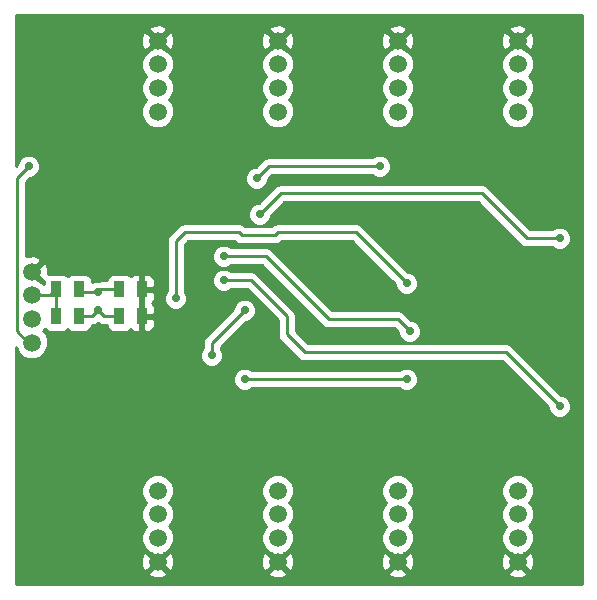
<source format=gbl>
G04 (created by PCBNEW (22-Jun-2014 BZR 4027)-stable) date sam 25 jui 2015 15:37:35 CEST*
%MOIN*%
G04 Gerber Fmt 3.4, Leading zero omitted, Abs format*
%FSLAX34Y34*%
G01*
G70*
G90*
G04 APERTURE LIST*
%ADD10C,0.00590551*%
%ADD11R,0.035X0.055*%
%ADD12C,0.0590551*%
%ADD13C,0.0275591*%
%ADD14C,0.035*%
%ADD15C,0.01*%
G04 APERTURE END LIST*
G54D10*
G54D11*
X44625Y-34300D03*
X45375Y-34300D03*
X46725Y-34300D03*
X47475Y-34300D03*
X44625Y-35200D03*
X45375Y-35200D03*
X46725Y-35200D03*
X47475Y-35200D03*
G54D12*
X56000Y-41806D03*
X56000Y-42593D03*
X56000Y-43381D03*
X56000Y-41018D03*
X60000Y-41806D03*
X60000Y-42593D03*
X60000Y-43381D03*
X60000Y-41018D03*
X60000Y-27593D03*
X60000Y-26806D03*
X60000Y-26018D03*
X60000Y-28381D03*
X56000Y-27593D03*
X56000Y-26806D03*
X56000Y-26018D03*
X56000Y-28381D03*
X48000Y-41806D03*
X48000Y-42593D03*
X48000Y-43381D03*
X48000Y-41018D03*
X52000Y-41806D03*
X52000Y-42593D03*
X52000Y-43381D03*
X52000Y-41018D03*
X52000Y-27593D03*
X52000Y-26806D03*
X52000Y-26018D03*
X52000Y-28381D03*
X48000Y-27593D03*
X48000Y-26806D03*
X48000Y-26018D03*
X48000Y-28381D03*
X43800Y-35293D03*
X43800Y-34506D03*
X43800Y-33718D03*
X43800Y-36081D03*
G54D13*
X46000Y-34400D03*
X46000Y-35000D03*
X56400Y-35700D03*
X50200Y-33200D03*
X61400Y-38200D03*
X50200Y-34000D03*
X55400Y-30200D03*
X51300Y-30600D03*
X51400Y-31800D03*
X61400Y-32600D03*
X56300Y-37300D03*
X50900Y-37300D03*
X49800Y-36500D03*
X50900Y-35000D03*
X48600Y-34600D03*
X56300Y-34100D03*
X43700Y-30200D03*
X59200Y-39200D03*
X55800Y-38800D03*
X58900Y-33100D03*
X55775Y-31625D03*
X53000Y-35700D03*
X54400Y-34900D03*
X53600Y-39000D03*
X56400Y-38100D03*
X50900Y-38100D03*
X53400Y-33300D03*
X48500Y-32200D03*
X47900Y-37500D03*
X46100Y-36600D03*
X46200Y-28900D03*
X43900Y-27200D03*
X52000Y-31800D03*
X60200Y-31000D03*
X57025Y-31725D03*
G54D14*
X60700Y-40100D03*
G54D15*
X44625Y-35200D02*
X44625Y-34300D01*
X43800Y-34506D02*
X44418Y-34506D01*
X44418Y-34506D02*
X44625Y-34300D01*
X46000Y-34400D02*
X45475Y-34400D01*
X45475Y-34400D02*
X45375Y-34300D01*
X46100Y-34300D02*
X46725Y-34300D01*
X46000Y-34400D02*
X46100Y-34300D01*
X46000Y-35000D02*
X46200Y-35200D01*
X46200Y-35200D02*
X46725Y-35200D01*
X45800Y-35200D02*
X45375Y-35200D01*
X46000Y-35000D02*
X45800Y-35200D01*
X54000Y-35300D02*
X56000Y-35300D01*
X56000Y-35300D02*
X56400Y-35700D01*
X53700Y-35300D02*
X54000Y-35300D01*
X50200Y-33200D02*
X51600Y-33200D01*
X51600Y-33200D02*
X51900Y-33500D01*
X51900Y-33500D02*
X53700Y-35300D01*
X52300Y-35200D02*
X52300Y-35800D01*
X52900Y-36400D02*
X53500Y-36400D01*
X52300Y-35800D02*
X52900Y-36400D01*
X50400Y-34000D02*
X51100Y-34000D01*
X51100Y-34000D02*
X52300Y-35200D01*
X59600Y-36400D02*
X53500Y-36400D01*
X61400Y-38200D02*
X59600Y-36400D01*
X50400Y-34000D02*
X50200Y-34000D01*
X51300Y-30600D02*
X51700Y-30200D01*
X51700Y-30200D02*
X55400Y-30200D01*
X51800Y-31400D02*
X52100Y-31100D01*
X58800Y-31100D02*
X59200Y-31500D01*
X52100Y-31100D02*
X58800Y-31100D01*
X61400Y-32600D02*
X60300Y-32600D01*
X60300Y-32600D02*
X59900Y-32200D01*
X59800Y-32100D02*
X59900Y-32200D01*
X51400Y-31800D02*
X51700Y-31500D01*
X51800Y-31400D02*
X51700Y-31500D01*
X59200Y-31500D02*
X59800Y-32100D01*
X52200Y-37300D02*
X56300Y-37300D01*
X50900Y-37300D02*
X52200Y-37300D01*
X49800Y-36500D02*
X49800Y-36100D01*
X49800Y-36100D02*
X50200Y-35700D01*
X50200Y-35700D02*
X50900Y-35000D01*
X48600Y-32700D02*
X48900Y-32400D01*
X48600Y-34600D02*
X48600Y-32700D01*
X48900Y-32400D02*
X50700Y-32400D01*
X50700Y-32400D02*
X50800Y-32500D01*
X50700Y-32400D02*
X50800Y-32500D01*
X50800Y-32500D02*
X51900Y-32500D01*
X51900Y-32500D02*
X52000Y-32400D01*
X50700Y-32400D02*
X50800Y-32500D01*
X52000Y-32400D02*
X54600Y-32400D01*
X54600Y-32400D02*
X55100Y-32900D01*
X56300Y-34100D02*
X55100Y-32900D01*
X43800Y-36081D02*
X43681Y-36081D01*
X43300Y-30600D02*
X43700Y-30200D01*
X43300Y-35700D02*
X43300Y-30600D01*
X43681Y-36081D02*
X43300Y-35700D01*
X55775Y-31625D02*
X55800Y-31600D01*
X57025Y-31725D02*
X57000Y-31700D01*
G54D10*
G36*
X62130Y-44130D02*
X61787Y-44130D01*
X61787Y-38123D01*
X61787Y-32523D01*
X61728Y-32380D01*
X61619Y-32271D01*
X61477Y-32212D01*
X61323Y-32212D01*
X61180Y-32271D01*
X61151Y-32300D01*
X60550Y-32300D01*
X60550Y-26099D01*
X60539Y-25882D01*
X60477Y-25733D01*
X60382Y-25707D01*
X60311Y-25777D01*
X60311Y-25636D01*
X60285Y-25541D01*
X60080Y-25468D01*
X59863Y-25479D01*
X59714Y-25541D01*
X59688Y-25636D01*
X60000Y-25948D01*
X60311Y-25636D01*
X60311Y-25777D01*
X60070Y-26018D01*
X60382Y-26330D01*
X60477Y-26303D01*
X60550Y-26099D01*
X60550Y-32300D01*
X60545Y-32300D01*
X60545Y-28273D01*
X60462Y-28072D01*
X60377Y-27987D01*
X60461Y-27902D01*
X60545Y-27702D01*
X60545Y-27485D01*
X60462Y-27285D01*
X60377Y-27199D01*
X60461Y-27115D01*
X60545Y-26915D01*
X60545Y-26698D01*
X60462Y-26497D01*
X60309Y-26344D01*
X60215Y-26305D01*
X60000Y-26089D01*
X59929Y-26160D01*
X59929Y-26018D01*
X59617Y-25707D01*
X59522Y-25733D01*
X59449Y-25938D01*
X59460Y-26154D01*
X59522Y-26303D01*
X59617Y-26330D01*
X59929Y-26018D01*
X59929Y-26160D01*
X59784Y-26305D01*
X59691Y-26343D01*
X59538Y-26497D01*
X59454Y-26697D01*
X59454Y-26914D01*
X59537Y-27114D01*
X59622Y-27200D01*
X59538Y-27284D01*
X59454Y-27484D01*
X59454Y-27701D01*
X59537Y-27902D01*
X59622Y-27987D01*
X59538Y-28071D01*
X59454Y-28272D01*
X59454Y-28489D01*
X59537Y-28689D01*
X59690Y-28843D01*
X59891Y-28926D01*
X60107Y-28926D01*
X60308Y-28843D01*
X60461Y-28690D01*
X60545Y-28490D01*
X60545Y-28273D01*
X60545Y-32300D01*
X60424Y-32300D01*
X60112Y-31987D01*
X60112Y-31987D01*
X60112Y-31987D01*
X60012Y-31887D01*
X60012Y-31887D01*
X60012Y-31887D01*
X59412Y-31287D01*
X59412Y-31287D01*
X59412Y-31287D01*
X59012Y-30887D01*
X58914Y-30822D01*
X58800Y-30800D01*
X56550Y-30800D01*
X56550Y-26099D01*
X56539Y-25882D01*
X56477Y-25733D01*
X56382Y-25707D01*
X56311Y-25777D01*
X56311Y-25636D01*
X56285Y-25541D01*
X56080Y-25468D01*
X55863Y-25479D01*
X55714Y-25541D01*
X55688Y-25636D01*
X56000Y-25948D01*
X56311Y-25636D01*
X56311Y-25777D01*
X56070Y-26018D01*
X56382Y-26330D01*
X56477Y-26303D01*
X56550Y-26099D01*
X56550Y-30800D01*
X56545Y-30800D01*
X56545Y-28273D01*
X56462Y-28072D01*
X56377Y-27987D01*
X56461Y-27902D01*
X56545Y-27702D01*
X56545Y-27485D01*
X56462Y-27285D01*
X56377Y-27199D01*
X56461Y-27115D01*
X56545Y-26915D01*
X56545Y-26698D01*
X56462Y-26497D01*
X56309Y-26344D01*
X56215Y-26305D01*
X56000Y-26089D01*
X55929Y-26160D01*
X55929Y-26018D01*
X55617Y-25707D01*
X55522Y-25733D01*
X55449Y-25938D01*
X55460Y-26154D01*
X55522Y-26303D01*
X55617Y-26330D01*
X55929Y-26018D01*
X55929Y-26160D01*
X55784Y-26305D01*
X55691Y-26343D01*
X55538Y-26497D01*
X55454Y-26697D01*
X55454Y-26914D01*
X55537Y-27114D01*
X55622Y-27200D01*
X55538Y-27284D01*
X55454Y-27484D01*
X55454Y-27701D01*
X55537Y-27902D01*
X55622Y-27987D01*
X55538Y-28071D01*
X55454Y-28272D01*
X55454Y-28489D01*
X55537Y-28689D01*
X55690Y-28843D01*
X55891Y-28926D01*
X56107Y-28926D01*
X56308Y-28843D01*
X56461Y-28690D01*
X56545Y-28490D01*
X56545Y-28273D01*
X56545Y-30800D01*
X55787Y-30800D01*
X55787Y-30123D01*
X55728Y-29980D01*
X55619Y-29871D01*
X55477Y-29812D01*
X55323Y-29812D01*
X55180Y-29871D01*
X55151Y-29900D01*
X52550Y-29900D01*
X52550Y-26099D01*
X52539Y-25882D01*
X52477Y-25733D01*
X52382Y-25707D01*
X52311Y-25777D01*
X52311Y-25636D01*
X52285Y-25541D01*
X52080Y-25468D01*
X51863Y-25479D01*
X51714Y-25541D01*
X51688Y-25636D01*
X52000Y-25948D01*
X52311Y-25636D01*
X52311Y-25777D01*
X52070Y-26018D01*
X52382Y-26330D01*
X52477Y-26303D01*
X52550Y-26099D01*
X52550Y-29900D01*
X52545Y-29900D01*
X52545Y-28273D01*
X52462Y-28072D01*
X52377Y-27987D01*
X52461Y-27902D01*
X52545Y-27702D01*
X52545Y-27485D01*
X52462Y-27285D01*
X52377Y-27199D01*
X52461Y-27115D01*
X52545Y-26915D01*
X52545Y-26698D01*
X52462Y-26497D01*
X52309Y-26344D01*
X52215Y-26305D01*
X52000Y-26089D01*
X51929Y-26160D01*
X51929Y-26018D01*
X51617Y-25707D01*
X51522Y-25733D01*
X51449Y-25938D01*
X51460Y-26154D01*
X51522Y-26303D01*
X51617Y-26330D01*
X51929Y-26018D01*
X51929Y-26160D01*
X51784Y-26305D01*
X51691Y-26343D01*
X51538Y-26497D01*
X51454Y-26697D01*
X51454Y-26914D01*
X51537Y-27114D01*
X51622Y-27200D01*
X51538Y-27284D01*
X51454Y-27484D01*
X51454Y-27701D01*
X51537Y-27902D01*
X51622Y-27987D01*
X51538Y-28071D01*
X51454Y-28272D01*
X51454Y-28489D01*
X51537Y-28689D01*
X51690Y-28843D01*
X51891Y-28926D01*
X52107Y-28926D01*
X52308Y-28843D01*
X52461Y-28690D01*
X52545Y-28490D01*
X52545Y-28273D01*
X52545Y-29900D01*
X51700Y-29900D01*
X51585Y-29922D01*
X51487Y-29987D01*
X51263Y-30212D01*
X51223Y-30212D01*
X51080Y-30271D01*
X50971Y-30380D01*
X50912Y-30522D01*
X50912Y-30676D01*
X50971Y-30819D01*
X51080Y-30928D01*
X51222Y-30987D01*
X51376Y-30987D01*
X51519Y-30928D01*
X51628Y-30819D01*
X51687Y-30677D01*
X51687Y-30636D01*
X51824Y-30500D01*
X55151Y-30500D01*
X55180Y-30528D01*
X55322Y-30587D01*
X55476Y-30587D01*
X55619Y-30528D01*
X55728Y-30419D01*
X55787Y-30277D01*
X55787Y-30123D01*
X55787Y-30800D01*
X52100Y-30800D01*
X51985Y-30822D01*
X51887Y-30887D01*
X51587Y-31187D01*
X51587Y-31187D01*
X51487Y-31287D01*
X51487Y-31287D01*
X51363Y-31412D01*
X51323Y-31412D01*
X51180Y-31471D01*
X51071Y-31580D01*
X51012Y-31722D01*
X51012Y-31876D01*
X51071Y-32019D01*
X51180Y-32128D01*
X51322Y-32187D01*
X51476Y-32187D01*
X51619Y-32128D01*
X51728Y-32019D01*
X51787Y-31877D01*
X51787Y-31836D01*
X51912Y-31712D01*
X51912Y-31712D01*
X51912Y-31712D01*
X52012Y-31612D01*
X52012Y-31612D01*
X52012Y-31612D01*
X52224Y-31400D01*
X58675Y-31400D01*
X58987Y-31712D01*
X58987Y-31712D01*
X58987Y-31712D01*
X59587Y-32312D01*
X59587Y-32312D01*
X59587Y-32312D01*
X59687Y-32412D01*
X59687Y-32412D01*
X59687Y-32412D01*
X60087Y-32812D01*
X60087Y-32812D01*
X60185Y-32877D01*
X60299Y-32899D01*
X60300Y-32900D01*
X61151Y-32900D01*
X61180Y-32928D01*
X61322Y-32987D01*
X61476Y-32987D01*
X61619Y-32928D01*
X61728Y-32819D01*
X61787Y-32677D01*
X61787Y-32523D01*
X61787Y-38123D01*
X61728Y-37980D01*
X61619Y-37871D01*
X61477Y-37812D01*
X61436Y-37812D01*
X59812Y-36187D01*
X59714Y-36122D01*
X59600Y-36100D01*
X56787Y-36100D01*
X56787Y-35623D01*
X56728Y-35480D01*
X56687Y-35439D01*
X56687Y-34023D01*
X56628Y-33880D01*
X56519Y-33771D01*
X56377Y-33712D01*
X56336Y-33712D01*
X55312Y-32687D01*
X55312Y-32687D01*
X55312Y-32687D01*
X54812Y-32187D01*
X54714Y-32122D01*
X54600Y-32100D01*
X52000Y-32100D01*
X51885Y-32122D01*
X51787Y-32187D01*
X51775Y-32200D01*
X50924Y-32200D01*
X50912Y-32187D01*
X50814Y-32122D01*
X50700Y-32100D01*
X48900Y-32100D01*
X48785Y-32122D01*
X48687Y-32187D01*
X48550Y-32325D01*
X48550Y-26099D01*
X48539Y-25882D01*
X48477Y-25733D01*
X48382Y-25707D01*
X48311Y-25777D01*
X48311Y-25636D01*
X48285Y-25541D01*
X48080Y-25468D01*
X47863Y-25479D01*
X47714Y-25541D01*
X47688Y-25636D01*
X48000Y-25948D01*
X48311Y-25636D01*
X48311Y-25777D01*
X48070Y-26018D01*
X48382Y-26330D01*
X48477Y-26303D01*
X48550Y-26099D01*
X48550Y-32325D01*
X48545Y-32330D01*
X48545Y-28273D01*
X48462Y-28072D01*
X48377Y-27987D01*
X48461Y-27902D01*
X48545Y-27702D01*
X48545Y-27485D01*
X48462Y-27285D01*
X48377Y-27199D01*
X48461Y-27115D01*
X48545Y-26915D01*
X48545Y-26698D01*
X48462Y-26497D01*
X48309Y-26344D01*
X48215Y-26305D01*
X48000Y-26089D01*
X47929Y-26160D01*
X47929Y-26018D01*
X47617Y-25707D01*
X47522Y-25733D01*
X47449Y-25938D01*
X47460Y-26154D01*
X47522Y-26303D01*
X47617Y-26330D01*
X47929Y-26018D01*
X47929Y-26160D01*
X47784Y-26305D01*
X47691Y-26343D01*
X47538Y-26497D01*
X47454Y-26697D01*
X47454Y-26914D01*
X47537Y-27114D01*
X47622Y-27200D01*
X47538Y-27284D01*
X47454Y-27484D01*
X47454Y-27701D01*
X47537Y-27902D01*
X47622Y-27987D01*
X47538Y-28071D01*
X47454Y-28272D01*
X47454Y-28489D01*
X47537Y-28689D01*
X47690Y-28843D01*
X47891Y-28926D01*
X48107Y-28926D01*
X48308Y-28843D01*
X48461Y-28690D01*
X48545Y-28490D01*
X48545Y-28273D01*
X48545Y-32330D01*
X48387Y-32487D01*
X48322Y-32585D01*
X48300Y-32700D01*
X48300Y-34351D01*
X48271Y-34380D01*
X48212Y-34522D01*
X48212Y-34676D01*
X48271Y-34819D01*
X48380Y-34928D01*
X48522Y-34987D01*
X48676Y-34987D01*
X48819Y-34928D01*
X48928Y-34819D01*
X48987Y-34677D01*
X48987Y-34523D01*
X48928Y-34380D01*
X48900Y-34351D01*
X48900Y-32824D01*
X49024Y-32700D01*
X50575Y-32700D01*
X50587Y-32712D01*
X50587Y-32712D01*
X50685Y-32777D01*
X50800Y-32800D01*
X51900Y-32800D01*
X51900Y-32799D01*
X52014Y-32777D01*
X52014Y-32777D01*
X52112Y-32712D01*
X52124Y-32700D01*
X54475Y-32700D01*
X54887Y-33112D01*
X54887Y-33112D01*
X54887Y-33112D01*
X55912Y-34136D01*
X55912Y-34176D01*
X55971Y-34319D01*
X56080Y-34428D01*
X56222Y-34487D01*
X56376Y-34487D01*
X56519Y-34428D01*
X56628Y-34319D01*
X56687Y-34177D01*
X56687Y-34023D01*
X56687Y-35439D01*
X56619Y-35371D01*
X56477Y-35312D01*
X56436Y-35312D01*
X56212Y-35087D01*
X56114Y-35022D01*
X56000Y-35000D01*
X54000Y-35000D01*
X53824Y-35000D01*
X52112Y-33287D01*
X52112Y-33287D01*
X52112Y-33287D01*
X51812Y-32987D01*
X51714Y-32922D01*
X51600Y-32900D01*
X50448Y-32900D01*
X50419Y-32871D01*
X50277Y-32812D01*
X50123Y-32812D01*
X49980Y-32871D01*
X49871Y-32980D01*
X49812Y-33122D01*
X49812Y-33276D01*
X49871Y-33419D01*
X49980Y-33528D01*
X50122Y-33587D01*
X50276Y-33587D01*
X50419Y-33528D01*
X50448Y-33500D01*
X51475Y-33500D01*
X51687Y-33712D01*
X51687Y-33712D01*
X51687Y-33712D01*
X53487Y-35512D01*
X53487Y-35512D01*
X53585Y-35577D01*
X53700Y-35600D01*
X54000Y-35600D01*
X55875Y-35600D01*
X56012Y-35736D01*
X56012Y-35776D01*
X56071Y-35919D01*
X56180Y-36028D01*
X56322Y-36087D01*
X56476Y-36087D01*
X56619Y-36028D01*
X56728Y-35919D01*
X56787Y-35777D01*
X56787Y-35623D01*
X56787Y-36100D01*
X53500Y-36100D01*
X53024Y-36100D01*
X52600Y-35675D01*
X52600Y-35200D01*
X52599Y-35199D01*
X52577Y-35085D01*
X52512Y-34987D01*
X52512Y-34987D01*
X51312Y-33787D01*
X51214Y-33722D01*
X51100Y-33700D01*
X50448Y-33700D01*
X50419Y-33671D01*
X50277Y-33612D01*
X50123Y-33612D01*
X49980Y-33671D01*
X49871Y-33780D01*
X49812Y-33922D01*
X49812Y-34076D01*
X49871Y-34219D01*
X49980Y-34328D01*
X50122Y-34387D01*
X50276Y-34387D01*
X50419Y-34328D01*
X50448Y-34300D01*
X50975Y-34300D01*
X52000Y-35324D01*
X52000Y-35800D01*
X52022Y-35914D01*
X52087Y-36012D01*
X52687Y-36612D01*
X52687Y-36612D01*
X52785Y-36677D01*
X52900Y-36700D01*
X53500Y-36700D01*
X59475Y-36700D01*
X61012Y-38236D01*
X61012Y-38276D01*
X61071Y-38419D01*
X61180Y-38528D01*
X61322Y-38587D01*
X61476Y-38587D01*
X61619Y-38528D01*
X61728Y-38419D01*
X61787Y-38277D01*
X61787Y-38123D01*
X61787Y-44130D01*
X60550Y-44130D01*
X60550Y-43461D01*
X60545Y-43369D01*
X60545Y-42485D01*
X60462Y-42285D01*
X60377Y-42199D01*
X60461Y-42115D01*
X60545Y-41915D01*
X60545Y-41698D01*
X60462Y-41497D01*
X60377Y-41412D01*
X60461Y-41328D01*
X60545Y-41127D01*
X60545Y-40910D01*
X60462Y-40710D01*
X60309Y-40556D01*
X60108Y-40473D01*
X59892Y-40473D01*
X59691Y-40556D01*
X59538Y-40709D01*
X59454Y-40909D01*
X59454Y-41126D01*
X59537Y-41327D01*
X59622Y-41412D01*
X59538Y-41497D01*
X59454Y-41697D01*
X59454Y-41914D01*
X59537Y-42114D01*
X59622Y-42200D01*
X59538Y-42284D01*
X59454Y-42484D01*
X59454Y-42701D01*
X59537Y-42902D01*
X59690Y-43055D01*
X59784Y-43094D01*
X60000Y-43310D01*
X60215Y-43094D01*
X60308Y-43056D01*
X60461Y-42902D01*
X60545Y-42702D01*
X60545Y-42485D01*
X60545Y-43369D01*
X60539Y-43245D01*
X60477Y-43096D01*
X60382Y-43069D01*
X60070Y-43381D01*
X60382Y-43692D01*
X60477Y-43666D01*
X60550Y-43461D01*
X60550Y-44130D01*
X60311Y-44130D01*
X60311Y-43763D01*
X60000Y-43451D01*
X59929Y-43522D01*
X59929Y-43381D01*
X59617Y-43069D01*
X59522Y-43096D01*
X59449Y-43300D01*
X59460Y-43517D01*
X59522Y-43666D01*
X59617Y-43692D01*
X59929Y-43381D01*
X59929Y-43522D01*
X59688Y-43763D01*
X59714Y-43858D01*
X59919Y-43931D01*
X60136Y-43920D01*
X60285Y-43858D01*
X60311Y-43763D01*
X60311Y-44130D01*
X56687Y-44130D01*
X56687Y-37223D01*
X56628Y-37080D01*
X56519Y-36971D01*
X56377Y-36912D01*
X56223Y-36912D01*
X56080Y-36971D01*
X56051Y-37000D01*
X52200Y-37000D01*
X51287Y-37000D01*
X51287Y-34923D01*
X51228Y-34780D01*
X51119Y-34671D01*
X50977Y-34612D01*
X50823Y-34612D01*
X50680Y-34671D01*
X50571Y-34780D01*
X50512Y-34922D01*
X50512Y-34963D01*
X49987Y-35487D01*
X49987Y-35487D01*
X49587Y-35887D01*
X49522Y-35985D01*
X49500Y-36100D01*
X49500Y-36251D01*
X49471Y-36280D01*
X49412Y-36422D01*
X49412Y-36576D01*
X49471Y-36719D01*
X49580Y-36828D01*
X49722Y-36887D01*
X49876Y-36887D01*
X50019Y-36828D01*
X50128Y-36719D01*
X50187Y-36577D01*
X50187Y-36423D01*
X50128Y-36280D01*
X50100Y-36251D01*
X50100Y-36224D01*
X50412Y-35912D01*
X50412Y-35912D01*
X50412Y-35912D01*
X50936Y-35387D01*
X50976Y-35387D01*
X51119Y-35328D01*
X51228Y-35219D01*
X51287Y-35077D01*
X51287Y-34923D01*
X51287Y-37000D01*
X51148Y-37000D01*
X51119Y-36971D01*
X50977Y-36912D01*
X50823Y-36912D01*
X50680Y-36971D01*
X50571Y-37080D01*
X50512Y-37222D01*
X50512Y-37376D01*
X50571Y-37519D01*
X50680Y-37628D01*
X50822Y-37687D01*
X50976Y-37687D01*
X51119Y-37628D01*
X51148Y-37600D01*
X52200Y-37600D01*
X56051Y-37600D01*
X56080Y-37628D01*
X56222Y-37687D01*
X56376Y-37687D01*
X56519Y-37628D01*
X56628Y-37519D01*
X56687Y-37377D01*
X56687Y-37223D01*
X56687Y-44130D01*
X56550Y-44130D01*
X56550Y-43461D01*
X56545Y-43369D01*
X56545Y-42485D01*
X56462Y-42285D01*
X56377Y-42199D01*
X56461Y-42115D01*
X56545Y-41915D01*
X56545Y-41698D01*
X56462Y-41497D01*
X56377Y-41412D01*
X56461Y-41328D01*
X56545Y-41127D01*
X56545Y-40910D01*
X56462Y-40710D01*
X56309Y-40556D01*
X56108Y-40473D01*
X55892Y-40473D01*
X55691Y-40556D01*
X55538Y-40709D01*
X55454Y-40909D01*
X55454Y-41126D01*
X55537Y-41327D01*
X55622Y-41412D01*
X55538Y-41497D01*
X55454Y-41697D01*
X55454Y-41914D01*
X55537Y-42114D01*
X55622Y-42200D01*
X55538Y-42284D01*
X55454Y-42484D01*
X55454Y-42701D01*
X55537Y-42902D01*
X55690Y-43055D01*
X55784Y-43094D01*
X56000Y-43310D01*
X56215Y-43094D01*
X56308Y-43056D01*
X56461Y-42902D01*
X56545Y-42702D01*
X56545Y-42485D01*
X56545Y-43369D01*
X56539Y-43245D01*
X56477Y-43096D01*
X56382Y-43069D01*
X56070Y-43381D01*
X56382Y-43692D01*
X56477Y-43666D01*
X56550Y-43461D01*
X56550Y-44130D01*
X56311Y-44130D01*
X56311Y-43763D01*
X56000Y-43451D01*
X55929Y-43522D01*
X55929Y-43381D01*
X55617Y-43069D01*
X55522Y-43096D01*
X55449Y-43300D01*
X55460Y-43517D01*
X55522Y-43666D01*
X55617Y-43692D01*
X55929Y-43381D01*
X55929Y-43522D01*
X55688Y-43763D01*
X55714Y-43858D01*
X55919Y-43931D01*
X56136Y-43920D01*
X56285Y-43858D01*
X56311Y-43763D01*
X56311Y-44130D01*
X52550Y-44130D01*
X52550Y-43461D01*
X52545Y-43369D01*
X52545Y-42485D01*
X52462Y-42285D01*
X52377Y-42199D01*
X52461Y-42115D01*
X52545Y-41915D01*
X52545Y-41698D01*
X52462Y-41497D01*
X52377Y-41412D01*
X52461Y-41328D01*
X52545Y-41127D01*
X52545Y-40910D01*
X52462Y-40710D01*
X52309Y-40556D01*
X52108Y-40473D01*
X51892Y-40473D01*
X51691Y-40556D01*
X51538Y-40709D01*
X51454Y-40909D01*
X51454Y-41126D01*
X51537Y-41327D01*
X51622Y-41412D01*
X51538Y-41497D01*
X51454Y-41697D01*
X51454Y-41914D01*
X51537Y-42114D01*
X51622Y-42200D01*
X51538Y-42284D01*
X51454Y-42484D01*
X51454Y-42701D01*
X51537Y-42902D01*
X51690Y-43055D01*
X51784Y-43094D01*
X52000Y-43310D01*
X52215Y-43094D01*
X52308Y-43056D01*
X52461Y-42902D01*
X52545Y-42702D01*
X52545Y-42485D01*
X52545Y-43369D01*
X52539Y-43245D01*
X52477Y-43096D01*
X52382Y-43069D01*
X52070Y-43381D01*
X52382Y-43692D01*
X52477Y-43666D01*
X52550Y-43461D01*
X52550Y-44130D01*
X52311Y-44130D01*
X52311Y-43763D01*
X52000Y-43451D01*
X51929Y-43522D01*
X51929Y-43381D01*
X51617Y-43069D01*
X51522Y-43096D01*
X51449Y-43300D01*
X51460Y-43517D01*
X51522Y-43666D01*
X51617Y-43692D01*
X51929Y-43381D01*
X51929Y-43522D01*
X51688Y-43763D01*
X51714Y-43858D01*
X51919Y-43931D01*
X52136Y-43920D01*
X52285Y-43858D01*
X52311Y-43763D01*
X52311Y-44130D01*
X48550Y-44130D01*
X48550Y-43461D01*
X48545Y-43369D01*
X48545Y-42485D01*
X48462Y-42285D01*
X48377Y-42199D01*
X48461Y-42115D01*
X48545Y-41915D01*
X48545Y-41698D01*
X48462Y-41497D01*
X48377Y-41412D01*
X48461Y-41328D01*
X48545Y-41127D01*
X48545Y-40910D01*
X48462Y-40710D01*
X48309Y-40556D01*
X48108Y-40473D01*
X47900Y-40473D01*
X47900Y-35425D01*
X47900Y-34974D01*
X47899Y-34875D01*
X47861Y-34783D01*
X47828Y-34750D01*
X47861Y-34716D01*
X47899Y-34624D01*
X47900Y-34525D01*
X47900Y-34074D01*
X47899Y-33975D01*
X47861Y-33883D01*
X47791Y-33812D01*
X47699Y-33774D01*
X47587Y-33775D01*
X47525Y-33837D01*
X47525Y-34250D01*
X47837Y-34250D01*
X47900Y-34187D01*
X47900Y-34074D01*
X47900Y-34525D01*
X47900Y-34412D01*
X47837Y-34350D01*
X47525Y-34350D01*
X47525Y-34737D01*
X47525Y-34762D01*
X47525Y-35150D01*
X47837Y-35150D01*
X47900Y-35087D01*
X47900Y-34974D01*
X47900Y-35425D01*
X47900Y-35312D01*
X47837Y-35250D01*
X47525Y-35250D01*
X47525Y-35662D01*
X47587Y-35725D01*
X47699Y-35725D01*
X47791Y-35687D01*
X47861Y-35616D01*
X47899Y-35524D01*
X47900Y-35425D01*
X47900Y-40473D01*
X47892Y-40473D01*
X47691Y-40556D01*
X47538Y-40709D01*
X47454Y-40909D01*
X47454Y-41126D01*
X47537Y-41327D01*
X47622Y-41412D01*
X47538Y-41497D01*
X47454Y-41697D01*
X47454Y-41914D01*
X47537Y-42114D01*
X47622Y-42200D01*
X47538Y-42284D01*
X47454Y-42484D01*
X47454Y-42701D01*
X47537Y-42902D01*
X47690Y-43055D01*
X47784Y-43094D01*
X48000Y-43310D01*
X48215Y-43094D01*
X48308Y-43056D01*
X48461Y-42902D01*
X48545Y-42702D01*
X48545Y-42485D01*
X48545Y-43369D01*
X48539Y-43245D01*
X48477Y-43096D01*
X48382Y-43069D01*
X48070Y-43381D01*
X48382Y-43692D01*
X48477Y-43666D01*
X48550Y-43461D01*
X48550Y-44130D01*
X48311Y-44130D01*
X48311Y-43763D01*
X48000Y-43451D01*
X47929Y-43522D01*
X47929Y-43381D01*
X47617Y-43069D01*
X47522Y-43096D01*
X47449Y-43300D01*
X47460Y-43517D01*
X47522Y-43666D01*
X47617Y-43692D01*
X47929Y-43381D01*
X47929Y-43522D01*
X47688Y-43763D01*
X47714Y-43858D01*
X47919Y-43931D01*
X48136Y-43920D01*
X48285Y-43858D01*
X48311Y-43763D01*
X48311Y-44130D01*
X43269Y-44130D01*
X43269Y-36225D01*
X43337Y-36389D01*
X43490Y-36543D01*
X43691Y-36626D01*
X43907Y-36626D01*
X44108Y-36543D01*
X44261Y-36390D01*
X44345Y-36190D01*
X44345Y-35973D01*
X44262Y-35772D01*
X44177Y-35687D01*
X44243Y-35621D01*
X44308Y-35686D01*
X44400Y-35724D01*
X44499Y-35725D01*
X44849Y-35725D01*
X44941Y-35687D01*
X45000Y-35628D01*
X45058Y-35686D01*
X45150Y-35724D01*
X45249Y-35725D01*
X45599Y-35725D01*
X45691Y-35687D01*
X45761Y-35616D01*
X45799Y-35524D01*
X45799Y-35500D01*
X45800Y-35500D01*
X45800Y-35499D01*
X45914Y-35477D01*
X45914Y-35477D01*
X45999Y-35420D01*
X46085Y-35477D01*
X46200Y-35500D01*
X46299Y-35500D01*
X46299Y-35524D01*
X46337Y-35616D01*
X46408Y-35686D01*
X46500Y-35724D01*
X46599Y-35725D01*
X46949Y-35725D01*
X47041Y-35687D01*
X47100Y-35628D01*
X47158Y-35687D01*
X47250Y-35725D01*
X47362Y-35725D01*
X47425Y-35662D01*
X47425Y-35250D01*
X47417Y-35250D01*
X47417Y-35150D01*
X47425Y-35150D01*
X47425Y-34762D01*
X47425Y-34737D01*
X47425Y-34350D01*
X47417Y-34350D01*
X47417Y-34250D01*
X47425Y-34250D01*
X47425Y-33837D01*
X47362Y-33775D01*
X47250Y-33774D01*
X47158Y-33812D01*
X47099Y-33871D01*
X47041Y-33813D01*
X46949Y-33775D01*
X46850Y-33774D01*
X46500Y-33774D01*
X46408Y-33812D01*
X46338Y-33883D01*
X46300Y-33975D01*
X46300Y-34000D01*
X46100Y-34000D01*
X46038Y-34012D01*
X46038Y-34012D01*
X45923Y-34012D01*
X45800Y-34063D01*
X45800Y-33975D01*
X45762Y-33883D01*
X45691Y-33813D01*
X45599Y-33775D01*
X45500Y-33774D01*
X45150Y-33774D01*
X45058Y-33812D01*
X44999Y-33871D01*
X44941Y-33813D01*
X44849Y-33775D01*
X44750Y-33774D01*
X44400Y-33774D01*
X44349Y-33795D01*
X44339Y-33582D01*
X44277Y-33433D01*
X44182Y-33407D01*
X43870Y-33718D01*
X44182Y-34030D01*
X44199Y-34025D01*
X44199Y-34074D01*
X44199Y-34135D01*
X44109Y-34044D01*
X44015Y-34005D01*
X43800Y-33789D01*
X43794Y-33795D01*
X43723Y-33724D01*
X43729Y-33718D01*
X43723Y-33713D01*
X43794Y-33642D01*
X43800Y-33648D01*
X44111Y-33336D01*
X44085Y-33241D01*
X43880Y-33168D01*
X43663Y-33179D01*
X43600Y-33206D01*
X43600Y-30724D01*
X43736Y-30587D01*
X43776Y-30587D01*
X43919Y-30528D01*
X44028Y-30419D01*
X44087Y-30277D01*
X44087Y-30123D01*
X44028Y-29980D01*
X43919Y-29871D01*
X43777Y-29812D01*
X43623Y-29812D01*
X43480Y-29871D01*
X43371Y-29980D01*
X43312Y-30122D01*
X43312Y-30163D01*
X43269Y-30206D01*
X43269Y-29000D01*
X43269Y-25169D01*
X62130Y-25169D01*
X62130Y-44130D01*
X62130Y-44130D01*
G37*
G54D15*
X62130Y-44130D02*
X61787Y-44130D01*
X61787Y-38123D01*
X61787Y-32523D01*
X61728Y-32380D01*
X61619Y-32271D01*
X61477Y-32212D01*
X61323Y-32212D01*
X61180Y-32271D01*
X61151Y-32300D01*
X60550Y-32300D01*
X60550Y-26099D01*
X60539Y-25882D01*
X60477Y-25733D01*
X60382Y-25707D01*
X60311Y-25777D01*
X60311Y-25636D01*
X60285Y-25541D01*
X60080Y-25468D01*
X59863Y-25479D01*
X59714Y-25541D01*
X59688Y-25636D01*
X60000Y-25948D01*
X60311Y-25636D01*
X60311Y-25777D01*
X60070Y-26018D01*
X60382Y-26330D01*
X60477Y-26303D01*
X60550Y-26099D01*
X60550Y-32300D01*
X60545Y-32300D01*
X60545Y-28273D01*
X60462Y-28072D01*
X60377Y-27987D01*
X60461Y-27902D01*
X60545Y-27702D01*
X60545Y-27485D01*
X60462Y-27285D01*
X60377Y-27199D01*
X60461Y-27115D01*
X60545Y-26915D01*
X60545Y-26698D01*
X60462Y-26497D01*
X60309Y-26344D01*
X60215Y-26305D01*
X60000Y-26089D01*
X59929Y-26160D01*
X59929Y-26018D01*
X59617Y-25707D01*
X59522Y-25733D01*
X59449Y-25938D01*
X59460Y-26154D01*
X59522Y-26303D01*
X59617Y-26330D01*
X59929Y-26018D01*
X59929Y-26160D01*
X59784Y-26305D01*
X59691Y-26343D01*
X59538Y-26497D01*
X59454Y-26697D01*
X59454Y-26914D01*
X59537Y-27114D01*
X59622Y-27200D01*
X59538Y-27284D01*
X59454Y-27484D01*
X59454Y-27701D01*
X59537Y-27902D01*
X59622Y-27987D01*
X59538Y-28071D01*
X59454Y-28272D01*
X59454Y-28489D01*
X59537Y-28689D01*
X59690Y-28843D01*
X59891Y-28926D01*
X60107Y-28926D01*
X60308Y-28843D01*
X60461Y-28690D01*
X60545Y-28490D01*
X60545Y-28273D01*
X60545Y-32300D01*
X60424Y-32300D01*
X60112Y-31987D01*
X60112Y-31987D01*
X60112Y-31987D01*
X60012Y-31887D01*
X60012Y-31887D01*
X60012Y-31887D01*
X59412Y-31287D01*
X59412Y-31287D01*
X59412Y-31287D01*
X59012Y-30887D01*
X58914Y-30822D01*
X58800Y-30800D01*
X56550Y-30800D01*
X56550Y-26099D01*
X56539Y-25882D01*
X56477Y-25733D01*
X56382Y-25707D01*
X56311Y-25777D01*
X56311Y-25636D01*
X56285Y-25541D01*
X56080Y-25468D01*
X55863Y-25479D01*
X55714Y-25541D01*
X55688Y-25636D01*
X56000Y-25948D01*
X56311Y-25636D01*
X56311Y-25777D01*
X56070Y-26018D01*
X56382Y-26330D01*
X56477Y-26303D01*
X56550Y-26099D01*
X56550Y-30800D01*
X56545Y-30800D01*
X56545Y-28273D01*
X56462Y-28072D01*
X56377Y-27987D01*
X56461Y-27902D01*
X56545Y-27702D01*
X56545Y-27485D01*
X56462Y-27285D01*
X56377Y-27199D01*
X56461Y-27115D01*
X56545Y-26915D01*
X56545Y-26698D01*
X56462Y-26497D01*
X56309Y-26344D01*
X56215Y-26305D01*
X56000Y-26089D01*
X55929Y-26160D01*
X55929Y-26018D01*
X55617Y-25707D01*
X55522Y-25733D01*
X55449Y-25938D01*
X55460Y-26154D01*
X55522Y-26303D01*
X55617Y-26330D01*
X55929Y-26018D01*
X55929Y-26160D01*
X55784Y-26305D01*
X55691Y-26343D01*
X55538Y-26497D01*
X55454Y-26697D01*
X55454Y-26914D01*
X55537Y-27114D01*
X55622Y-27200D01*
X55538Y-27284D01*
X55454Y-27484D01*
X55454Y-27701D01*
X55537Y-27902D01*
X55622Y-27987D01*
X55538Y-28071D01*
X55454Y-28272D01*
X55454Y-28489D01*
X55537Y-28689D01*
X55690Y-28843D01*
X55891Y-28926D01*
X56107Y-28926D01*
X56308Y-28843D01*
X56461Y-28690D01*
X56545Y-28490D01*
X56545Y-28273D01*
X56545Y-30800D01*
X55787Y-30800D01*
X55787Y-30123D01*
X55728Y-29980D01*
X55619Y-29871D01*
X55477Y-29812D01*
X55323Y-29812D01*
X55180Y-29871D01*
X55151Y-29900D01*
X52550Y-29900D01*
X52550Y-26099D01*
X52539Y-25882D01*
X52477Y-25733D01*
X52382Y-25707D01*
X52311Y-25777D01*
X52311Y-25636D01*
X52285Y-25541D01*
X52080Y-25468D01*
X51863Y-25479D01*
X51714Y-25541D01*
X51688Y-25636D01*
X52000Y-25948D01*
X52311Y-25636D01*
X52311Y-25777D01*
X52070Y-26018D01*
X52382Y-26330D01*
X52477Y-26303D01*
X52550Y-26099D01*
X52550Y-29900D01*
X52545Y-29900D01*
X52545Y-28273D01*
X52462Y-28072D01*
X52377Y-27987D01*
X52461Y-27902D01*
X52545Y-27702D01*
X52545Y-27485D01*
X52462Y-27285D01*
X52377Y-27199D01*
X52461Y-27115D01*
X52545Y-26915D01*
X52545Y-26698D01*
X52462Y-26497D01*
X52309Y-26344D01*
X52215Y-26305D01*
X52000Y-26089D01*
X51929Y-26160D01*
X51929Y-26018D01*
X51617Y-25707D01*
X51522Y-25733D01*
X51449Y-25938D01*
X51460Y-26154D01*
X51522Y-26303D01*
X51617Y-26330D01*
X51929Y-26018D01*
X51929Y-26160D01*
X51784Y-26305D01*
X51691Y-26343D01*
X51538Y-26497D01*
X51454Y-26697D01*
X51454Y-26914D01*
X51537Y-27114D01*
X51622Y-27200D01*
X51538Y-27284D01*
X51454Y-27484D01*
X51454Y-27701D01*
X51537Y-27902D01*
X51622Y-27987D01*
X51538Y-28071D01*
X51454Y-28272D01*
X51454Y-28489D01*
X51537Y-28689D01*
X51690Y-28843D01*
X51891Y-28926D01*
X52107Y-28926D01*
X52308Y-28843D01*
X52461Y-28690D01*
X52545Y-28490D01*
X52545Y-28273D01*
X52545Y-29900D01*
X51700Y-29900D01*
X51585Y-29922D01*
X51487Y-29987D01*
X51263Y-30212D01*
X51223Y-30212D01*
X51080Y-30271D01*
X50971Y-30380D01*
X50912Y-30522D01*
X50912Y-30676D01*
X50971Y-30819D01*
X51080Y-30928D01*
X51222Y-30987D01*
X51376Y-30987D01*
X51519Y-30928D01*
X51628Y-30819D01*
X51687Y-30677D01*
X51687Y-30636D01*
X51824Y-30500D01*
X55151Y-30500D01*
X55180Y-30528D01*
X55322Y-30587D01*
X55476Y-30587D01*
X55619Y-30528D01*
X55728Y-30419D01*
X55787Y-30277D01*
X55787Y-30123D01*
X55787Y-30800D01*
X52100Y-30800D01*
X51985Y-30822D01*
X51887Y-30887D01*
X51587Y-31187D01*
X51587Y-31187D01*
X51487Y-31287D01*
X51487Y-31287D01*
X51363Y-31412D01*
X51323Y-31412D01*
X51180Y-31471D01*
X51071Y-31580D01*
X51012Y-31722D01*
X51012Y-31876D01*
X51071Y-32019D01*
X51180Y-32128D01*
X51322Y-32187D01*
X51476Y-32187D01*
X51619Y-32128D01*
X51728Y-32019D01*
X51787Y-31877D01*
X51787Y-31836D01*
X51912Y-31712D01*
X51912Y-31712D01*
X51912Y-31712D01*
X52012Y-31612D01*
X52012Y-31612D01*
X52012Y-31612D01*
X52224Y-31400D01*
X58675Y-31400D01*
X58987Y-31712D01*
X58987Y-31712D01*
X58987Y-31712D01*
X59587Y-32312D01*
X59587Y-32312D01*
X59587Y-32312D01*
X59687Y-32412D01*
X59687Y-32412D01*
X59687Y-32412D01*
X60087Y-32812D01*
X60087Y-32812D01*
X60185Y-32877D01*
X60299Y-32899D01*
X60300Y-32900D01*
X61151Y-32900D01*
X61180Y-32928D01*
X61322Y-32987D01*
X61476Y-32987D01*
X61619Y-32928D01*
X61728Y-32819D01*
X61787Y-32677D01*
X61787Y-32523D01*
X61787Y-38123D01*
X61728Y-37980D01*
X61619Y-37871D01*
X61477Y-37812D01*
X61436Y-37812D01*
X59812Y-36187D01*
X59714Y-36122D01*
X59600Y-36100D01*
X56787Y-36100D01*
X56787Y-35623D01*
X56728Y-35480D01*
X56687Y-35439D01*
X56687Y-34023D01*
X56628Y-33880D01*
X56519Y-33771D01*
X56377Y-33712D01*
X56336Y-33712D01*
X55312Y-32687D01*
X55312Y-32687D01*
X55312Y-32687D01*
X54812Y-32187D01*
X54714Y-32122D01*
X54600Y-32100D01*
X52000Y-32100D01*
X51885Y-32122D01*
X51787Y-32187D01*
X51775Y-32200D01*
X50924Y-32200D01*
X50912Y-32187D01*
X50814Y-32122D01*
X50700Y-32100D01*
X48900Y-32100D01*
X48785Y-32122D01*
X48687Y-32187D01*
X48550Y-32325D01*
X48550Y-26099D01*
X48539Y-25882D01*
X48477Y-25733D01*
X48382Y-25707D01*
X48311Y-25777D01*
X48311Y-25636D01*
X48285Y-25541D01*
X48080Y-25468D01*
X47863Y-25479D01*
X47714Y-25541D01*
X47688Y-25636D01*
X48000Y-25948D01*
X48311Y-25636D01*
X48311Y-25777D01*
X48070Y-26018D01*
X48382Y-26330D01*
X48477Y-26303D01*
X48550Y-26099D01*
X48550Y-32325D01*
X48545Y-32330D01*
X48545Y-28273D01*
X48462Y-28072D01*
X48377Y-27987D01*
X48461Y-27902D01*
X48545Y-27702D01*
X48545Y-27485D01*
X48462Y-27285D01*
X48377Y-27199D01*
X48461Y-27115D01*
X48545Y-26915D01*
X48545Y-26698D01*
X48462Y-26497D01*
X48309Y-26344D01*
X48215Y-26305D01*
X48000Y-26089D01*
X47929Y-26160D01*
X47929Y-26018D01*
X47617Y-25707D01*
X47522Y-25733D01*
X47449Y-25938D01*
X47460Y-26154D01*
X47522Y-26303D01*
X47617Y-26330D01*
X47929Y-26018D01*
X47929Y-26160D01*
X47784Y-26305D01*
X47691Y-26343D01*
X47538Y-26497D01*
X47454Y-26697D01*
X47454Y-26914D01*
X47537Y-27114D01*
X47622Y-27200D01*
X47538Y-27284D01*
X47454Y-27484D01*
X47454Y-27701D01*
X47537Y-27902D01*
X47622Y-27987D01*
X47538Y-28071D01*
X47454Y-28272D01*
X47454Y-28489D01*
X47537Y-28689D01*
X47690Y-28843D01*
X47891Y-28926D01*
X48107Y-28926D01*
X48308Y-28843D01*
X48461Y-28690D01*
X48545Y-28490D01*
X48545Y-28273D01*
X48545Y-32330D01*
X48387Y-32487D01*
X48322Y-32585D01*
X48300Y-32700D01*
X48300Y-34351D01*
X48271Y-34380D01*
X48212Y-34522D01*
X48212Y-34676D01*
X48271Y-34819D01*
X48380Y-34928D01*
X48522Y-34987D01*
X48676Y-34987D01*
X48819Y-34928D01*
X48928Y-34819D01*
X48987Y-34677D01*
X48987Y-34523D01*
X48928Y-34380D01*
X48900Y-34351D01*
X48900Y-32824D01*
X49024Y-32700D01*
X50575Y-32700D01*
X50587Y-32712D01*
X50587Y-32712D01*
X50685Y-32777D01*
X50800Y-32800D01*
X51900Y-32800D01*
X51900Y-32799D01*
X52014Y-32777D01*
X52014Y-32777D01*
X52112Y-32712D01*
X52124Y-32700D01*
X54475Y-32700D01*
X54887Y-33112D01*
X54887Y-33112D01*
X54887Y-33112D01*
X55912Y-34136D01*
X55912Y-34176D01*
X55971Y-34319D01*
X56080Y-34428D01*
X56222Y-34487D01*
X56376Y-34487D01*
X56519Y-34428D01*
X56628Y-34319D01*
X56687Y-34177D01*
X56687Y-34023D01*
X56687Y-35439D01*
X56619Y-35371D01*
X56477Y-35312D01*
X56436Y-35312D01*
X56212Y-35087D01*
X56114Y-35022D01*
X56000Y-35000D01*
X54000Y-35000D01*
X53824Y-35000D01*
X52112Y-33287D01*
X52112Y-33287D01*
X52112Y-33287D01*
X51812Y-32987D01*
X51714Y-32922D01*
X51600Y-32900D01*
X50448Y-32900D01*
X50419Y-32871D01*
X50277Y-32812D01*
X50123Y-32812D01*
X49980Y-32871D01*
X49871Y-32980D01*
X49812Y-33122D01*
X49812Y-33276D01*
X49871Y-33419D01*
X49980Y-33528D01*
X50122Y-33587D01*
X50276Y-33587D01*
X50419Y-33528D01*
X50448Y-33500D01*
X51475Y-33500D01*
X51687Y-33712D01*
X51687Y-33712D01*
X51687Y-33712D01*
X53487Y-35512D01*
X53487Y-35512D01*
X53585Y-35577D01*
X53700Y-35600D01*
X54000Y-35600D01*
X55875Y-35600D01*
X56012Y-35736D01*
X56012Y-35776D01*
X56071Y-35919D01*
X56180Y-36028D01*
X56322Y-36087D01*
X56476Y-36087D01*
X56619Y-36028D01*
X56728Y-35919D01*
X56787Y-35777D01*
X56787Y-35623D01*
X56787Y-36100D01*
X53500Y-36100D01*
X53024Y-36100D01*
X52600Y-35675D01*
X52600Y-35200D01*
X52599Y-35199D01*
X52577Y-35085D01*
X52512Y-34987D01*
X52512Y-34987D01*
X51312Y-33787D01*
X51214Y-33722D01*
X51100Y-33700D01*
X50448Y-33700D01*
X50419Y-33671D01*
X50277Y-33612D01*
X50123Y-33612D01*
X49980Y-33671D01*
X49871Y-33780D01*
X49812Y-33922D01*
X49812Y-34076D01*
X49871Y-34219D01*
X49980Y-34328D01*
X50122Y-34387D01*
X50276Y-34387D01*
X50419Y-34328D01*
X50448Y-34300D01*
X50975Y-34300D01*
X52000Y-35324D01*
X52000Y-35800D01*
X52022Y-35914D01*
X52087Y-36012D01*
X52687Y-36612D01*
X52687Y-36612D01*
X52785Y-36677D01*
X52900Y-36700D01*
X53500Y-36700D01*
X59475Y-36700D01*
X61012Y-38236D01*
X61012Y-38276D01*
X61071Y-38419D01*
X61180Y-38528D01*
X61322Y-38587D01*
X61476Y-38587D01*
X61619Y-38528D01*
X61728Y-38419D01*
X61787Y-38277D01*
X61787Y-38123D01*
X61787Y-44130D01*
X60550Y-44130D01*
X60550Y-43461D01*
X60545Y-43369D01*
X60545Y-42485D01*
X60462Y-42285D01*
X60377Y-42199D01*
X60461Y-42115D01*
X60545Y-41915D01*
X60545Y-41698D01*
X60462Y-41497D01*
X60377Y-41412D01*
X60461Y-41328D01*
X60545Y-41127D01*
X60545Y-40910D01*
X60462Y-40710D01*
X60309Y-40556D01*
X60108Y-40473D01*
X59892Y-40473D01*
X59691Y-40556D01*
X59538Y-40709D01*
X59454Y-40909D01*
X59454Y-41126D01*
X59537Y-41327D01*
X59622Y-41412D01*
X59538Y-41497D01*
X59454Y-41697D01*
X59454Y-41914D01*
X59537Y-42114D01*
X59622Y-42200D01*
X59538Y-42284D01*
X59454Y-42484D01*
X59454Y-42701D01*
X59537Y-42902D01*
X59690Y-43055D01*
X59784Y-43094D01*
X60000Y-43310D01*
X60215Y-43094D01*
X60308Y-43056D01*
X60461Y-42902D01*
X60545Y-42702D01*
X60545Y-42485D01*
X60545Y-43369D01*
X60539Y-43245D01*
X60477Y-43096D01*
X60382Y-43069D01*
X60070Y-43381D01*
X60382Y-43692D01*
X60477Y-43666D01*
X60550Y-43461D01*
X60550Y-44130D01*
X60311Y-44130D01*
X60311Y-43763D01*
X60000Y-43451D01*
X59929Y-43522D01*
X59929Y-43381D01*
X59617Y-43069D01*
X59522Y-43096D01*
X59449Y-43300D01*
X59460Y-43517D01*
X59522Y-43666D01*
X59617Y-43692D01*
X59929Y-43381D01*
X59929Y-43522D01*
X59688Y-43763D01*
X59714Y-43858D01*
X59919Y-43931D01*
X60136Y-43920D01*
X60285Y-43858D01*
X60311Y-43763D01*
X60311Y-44130D01*
X56687Y-44130D01*
X56687Y-37223D01*
X56628Y-37080D01*
X56519Y-36971D01*
X56377Y-36912D01*
X56223Y-36912D01*
X56080Y-36971D01*
X56051Y-37000D01*
X52200Y-37000D01*
X51287Y-37000D01*
X51287Y-34923D01*
X51228Y-34780D01*
X51119Y-34671D01*
X50977Y-34612D01*
X50823Y-34612D01*
X50680Y-34671D01*
X50571Y-34780D01*
X50512Y-34922D01*
X50512Y-34963D01*
X49987Y-35487D01*
X49987Y-35487D01*
X49587Y-35887D01*
X49522Y-35985D01*
X49500Y-36100D01*
X49500Y-36251D01*
X49471Y-36280D01*
X49412Y-36422D01*
X49412Y-36576D01*
X49471Y-36719D01*
X49580Y-36828D01*
X49722Y-36887D01*
X49876Y-36887D01*
X50019Y-36828D01*
X50128Y-36719D01*
X50187Y-36577D01*
X50187Y-36423D01*
X50128Y-36280D01*
X50100Y-36251D01*
X50100Y-36224D01*
X50412Y-35912D01*
X50412Y-35912D01*
X50412Y-35912D01*
X50936Y-35387D01*
X50976Y-35387D01*
X51119Y-35328D01*
X51228Y-35219D01*
X51287Y-35077D01*
X51287Y-34923D01*
X51287Y-37000D01*
X51148Y-37000D01*
X51119Y-36971D01*
X50977Y-36912D01*
X50823Y-36912D01*
X50680Y-36971D01*
X50571Y-37080D01*
X50512Y-37222D01*
X50512Y-37376D01*
X50571Y-37519D01*
X50680Y-37628D01*
X50822Y-37687D01*
X50976Y-37687D01*
X51119Y-37628D01*
X51148Y-37600D01*
X52200Y-37600D01*
X56051Y-37600D01*
X56080Y-37628D01*
X56222Y-37687D01*
X56376Y-37687D01*
X56519Y-37628D01*
X56628Y-37519D01*
X56687Y-37377D01*
X56687Y-37223D01*
X56687Y-44130D01*
X56550Y-44130D01*
X56550Y-43461D01*
X56545Y-43369D01*
X56545Y-42485D01*
X56462Y-42285D01*
X56377Y-42199D01*
X56461Y-42115D01*
X56545Y-41915D01*
X56545Y-41698D01*
X56462Y-41497D01*
X56377Y-41412D01*
X56461Y-41328D01*
X56545Y-41127D01*
X56545Y-40910D01*
X56462Y-40710D01*
X56309Y-40556D01*
X56108Y-40473D01*
X55892Y-40473D01*
X55691Y-40556D01*
X55538Y-40709D01*
X55454Y-40909D01*
X55454Y-41126D01*
X55537Y-41327D01*
X55622Y-41412D01*
X55538Y-41497D01*
X55454Y-41697D01*
X55454Y-41914D01*
X55537Y-42114D01*
X55622Y-42200D01*
X55538Y-42284D01*
X55454Y-42484D01*
X55454Y-42701D01*
X55537Y-42902D01*
X55690Y-43055D01*
X55784Y-43094D01*
X56000Y-43310D01*
X56215Y-43094D01*
X56308Y-43056D01*
X56461Y-42902D01*
X56545Y-42702D01*
X56545Y-42485D01*
X56545Y-43369D01*
X56539Y-43245D01*
X56477Y-43096D01*
X56382Y-43069D01*
X56070Y-43381D01*
X56382Y-43692D01*
X56477Y-43666D01*
X56550Y-43461D01*
X56550Y-44130D01*
X56311Y-44130D01*
X56311Y-43763D01*
X56000Y-43451D01*
X55929Y-43522D01*
X55929Y-43381D01*
X55617Y-43069D01*
X55522Y-43096D01*
X55449Y-43300D01*
X55460Y-43517D01*
X55522Y-43666D01*
X55617Y-43692D01*
X55929Y-43381D01*
X55929Y-43522D01*
X55688Y-43763D01*
X55714Y-43858D01*
X55919Y-43931D01*
X56136Y-43920D01*
X56285Y-43858D01*
X56311Y-43763D01*
X56311Y-44130D01*
X52550Y-44130D01*
X52550Y-43461D01*
X52545Y-43369D01*
X52545Y-42485D01*
X52462Y-42285D01*
X52377Y-42199D01*
X52461Y-42115D01*
X52545Y-41915D01*
X52545Y-41698D01*
X52462Y-41497D01*
X52377Y-41412D01*
X52461Y-41328D01*
X52545Y-41127D01*
X52545Y-40910D01*
X52462Y-40710D01*
X52309Y-40556D01*
X52108Y-40473D01*
X51892Y-40473D01*
X51691Y-40556D01*
X51538Y-40709D01*
X51454Y-40909D01*
X51454Y-41126D01*
X51537Y-41327D01*
X51622Y-41412D01*
X51538Y-41497D01*
X51454Y-41697D01*
X51454Y-41914D01*
X51537Y-42114D01*
X51622Y-42200D01*
X51538Y-42284D01*
X51454Y-42484D01*
X51454Y-42701D01*
X51537Y-42902D01*
X51690Y-43055D01*
X51784Y-43094D01*
X52000Y-43310D01*
X52215Y-43094D01*
X52308Y-43056D01*
X52461Y-42902D01*
X52545Y-42702D01*
X52545Y-42485D01*
X52545Y-43369D01*
X52539Y-43245D01*
X52477Y-43096D01*
X52382Y-43069D01*
X52070Y-43381D01*
X52382Y-43692D01*
X52477Y-43666D01*
X52550Y-43461D01*
X52550Y-44130D01*
X52311Y-44130D01*
X52311Y-43763D01*
X52000Y-43451D01*
X51929Y-43522D01*
X51929Y-43381D01*
X51617Y-43069D01*
X51522Y-43096D01*
X51449Y-43300D01*
X51460Y-43517D01*
X51522Y-43666D01*
X51617Y-43692D01*
X51929Y-43381D01*
X51929Y-43522D01*
X51688Y-43763D01*
X51714Y-43858D01*
X51919Y-43931D01*
X52136Y-43920D01*
X52285Y-43858D01*
X52311Y-43763D01*
X52311Y-44130D01*
X48550Y-44130D01*
X48550Y-43461D01*
X48545Y-43369D01*
X48545Y-42485D01*
X48462Y-42285D01*
X48377Y-42199D01*
X48461Y-42115D01*
X48545Y-41915D01*
X48545Y-41698D01*
X48462Y-41497D01*
X48377Y-41412D01*
X48461Y-41328D01*
X48545Y-41127D01*
X48545Y-40910D01*
X48462Y-40710D01*
X48309Y-40556D01*
X48108Y-40473D01*
X47900Y-40473D01*
X47900Y-35425D01*
X47900Y-34974D01*
X47899Y-34875D01*
X47861Y-34783D01*
X47828Y-34750D01*
X47861Y-34716D01*
X47899Y-34624D01*
X47900Y-34525D01*
X47900Y-34074D01*
X47899Y-33975D01*
X47861Y-33883D01*
X47791Y-33812D01*
X47699Y-33774D01*
X47587Y-33775D01*
X47525Y-33837D01*
X47525Y-34250D01*
X47837Y-34250D01*
X47900Y-34187D01*
X47900Y-34074D01*
X47900Y-34525D01*
X47900Y-34412D01*
X47837Y-34350D01*
X47525Y-34350D01*
X47525Y-34737D01*
X47525Y-34762D01*
X47525Y-35150D01*
X47837Y-35150D01*
X47900Y-35087D01*
X47900Y-34974D01*
X47900Y-35425D01*
X47900Y-35312D01*
X47837Y-35250D01*
X47525Y-35250D01*
X47525Y-35662D01*
X47587Y-35725D01*
X47699Y-35725D01*
X47791Y-35687D01*
X47861Y-35616D01*
X47899Y-35524D01*
X47900Y-35425D01*
X47900Y-40473D01*
X47892Y-40473D01*
X47691Y-40556D01*
X47538Y-40709D01*
X47454Y-40909D01*
X47454Y-41126D01*
X47537Y-41327D01*
X47622Y-41412D01*
X47538Y-41497D01*
X47454Y-41697D01*
X47454Y-41914D01*
X47537Y-42114D01*
X47622Y-42200D01*
X47538Y-42284D01*
X47454Y-42484D01*
X47454Y-42701D01*
X47537Y-42902D01*
X47690Y-43055D01*
X47784Y-43094D01*
X48000Y-43310D01*
X48215Y-43094D01*
X48308Y-43056D01*
X48461Y-42902D01*
X48545Y-42702D01*
X48545Y-42485D01*
X48545Y-43369D01*
X48539Y-43245D01*
X48477Y-43096D01*
X48382Y-43069D01*
X48070Y-43381D01*
X48382Y-43692D01*
X48477Y-43666D01*
X48550Y-43461D01*
X48550Y-44130D01*
X48311Y-44130D01*
X48311Y-43763D01*
X48000Y-43451D01*
X47929Y-43522D01*
X47929Y-43381D01*
X47617Y-43069D01*
X47522Y-43096D01*
X47449Y-43300D01*
X47460Y-43517D01*
X47522Y-43666D01*
X47617Y-43692D01*
X47929Y-43381D01*
X47929Y-43522D01*
X47688Y-43763D01*
X47714Y-43858D01*
X47919Y-43931D01*
X48136Y-43920D01*
X48285Y-43858D01*
X48311Y-43763D01*
X48311Y-44130D01*
X43269Y-44130D01*
X43269Y-36225D01*
X43337Y-36389D01*
X43490Y-36543D01*
X43691Y-36626D01*
X43907Y-36626D01*
X44108Y-36543D01*
X44261Y-36390D01*
X44345Y-36190D01*
X44345Y-35973D01*
X44262Y-35772D01*
X44177Y-35687D01*
X44243Y-35621D01*
X44308Y-35686D01*
X44400Y-35724D01*
X44499Y-35725D01*
X44849Y-35725D01*
X44941Y-35687D01*
X45000Y-35628D01*
X45058Y-35686D01*
X45150Y-35724D01*
X45249Y-35725D01*
X45599Y-35725D01*
X45691Y-35687D01*
X45761Y-35616D01*
X45799Y-35524D01*
X45799Y-35500D01*
X45800Y-35500D01*
X45800Y-35499D01*
X45914Y-35477D01*
X45914Y-35477D01*
X45999Y-35420D01*
X46085Y-35477D01*
X46200Y-35500D01*
X46299Y-35500D01*
X46299Y-35524D01*
X46337Y-35616D01*
X46408Y-35686D01*
X46500Y-35724D01*
X46599Y-35725D01*
X46949Y-35725D01*
X47041Y-35687D01*
X47100Y-35628D01*
X47158Y-35687D01*
X47250Y-35725D01*
X47362Y-35725D01*
X47425Y-35662D01*
X47425Y-35250D01*
X47417Y-35250D01*
X47417Y-35150D01*
X47425Y-35150D01*
X47425Y-34762D01*
X47425Y-34737D01*
X47425Y-34350D01*
X47417Y-34350D01*
X47417Y-34250D01*
X47425Y-34250D01*
X47425Y-33837D01*
X47362Y-33775D01*
X47250Y-33774D01*
X47158Y-33812D01*
X47099Y-33871D01*
X47041Y-33813D01*
X46949Y-33775D01*
X46850Y-33774D01*
X46500Y-33774D01*
X46408Y-33812D01*
X46338Y-33883D01*
X46300Y-33975D01*
X46300Y-34000D01*
X46100Y-34000D01*
X46038Y-34012D01*
X46038Y-34012D01*
X45923Y-34012D01*
X45800Y-34063D01*
X45800Y-33975D01*
X45762Y-33883D01*
X45691Y-33813D01*
X45599Y-33775D01*
X45500Y-33774D01*
X45150Y-33774D01*
X45058Y-33812D01*
X44999Y-33871D01*
X44941Y-33813D01*
X44849Y-33775D01*
X44750Y-33774D01*
X44400Y-33774D01*
X44349Y-33795D01*
X44339Y-33582D01*
X44277Y-33433D01*
X44182Y-33407D01*
X43870Y-33718D01*
X44182Y-34030D01*
X44199Y-34025D01*
X44199Y-34074D01*
X44199Y-34135D01*
X44109Y-34044D01*
X44015Y-34005D01*
X43800Y-33789D01*
X43794Y-33795D01*
X43723Y-33724D01*
X43729Y-33718D01*
X43723Y-33713D01*
X43794Y-33642D01*
X43800Y-33648D01*
X44111Y-33336D01*
X44085Y-33241D01*
X43880Y-33168D01*
X43663Y-33179D01*
X43600Y-33206D01*
X43600Y-30724D01*
X43736Y-30587D01*
X43776Y-30587D01*
X43919Y-30528D01*
X44028Y-30419D01*
X44087Y-30277D01*
X44087Y-30123D01*
X44028Y-29980D01*
X43919Y-29871D01*
X43777Y-29812D01*
X43623Y-29812D01*
X43480Y-29871D01*
X43371Y-29980D01*
X43312Y-30122D01*
X43312Y-30163D01*
X43269Y-30206D01*
X43269Y-29000D01*
X43269Y-25169D01*
X62130Y-25169D01*
X62130Y-44130D01*
M02*

</source>
